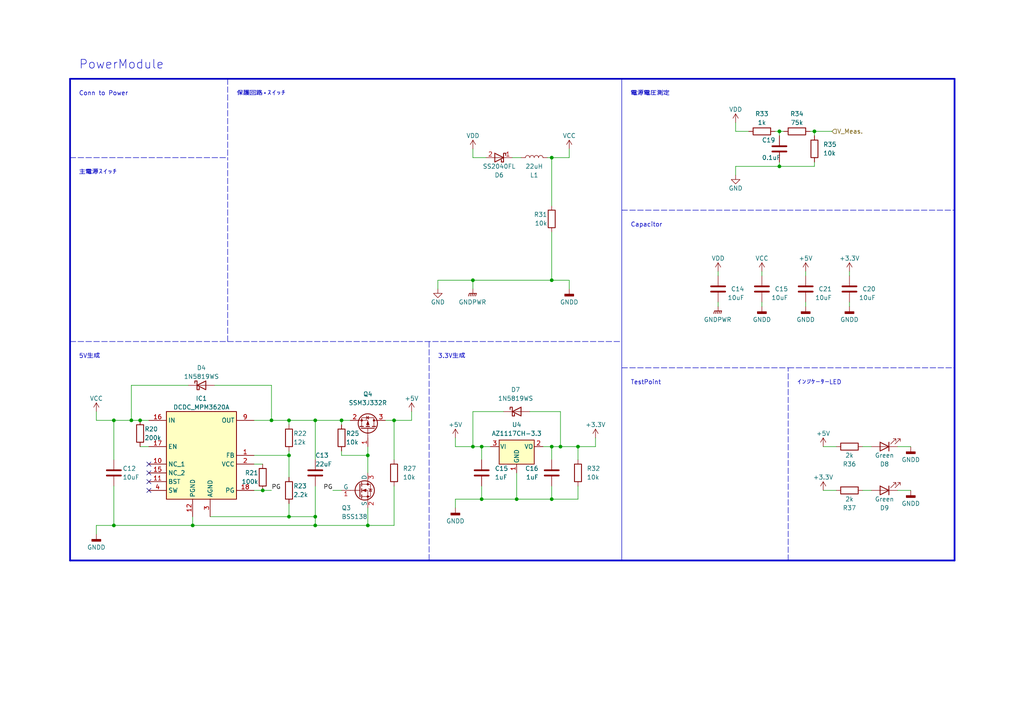
<source format=kicad_sch>
(kicad_sch (version 20230121) (generator eeschema)
  (paper "A4")
  (lib_symbols
    (symbol "D_Schottky_3" (pin_numbers hide) (pin_names (offset 1.016) hide)
      (property "Reference" "D" (at 0 2.54 0))
      (property "Value" "D_Schottky_3" (at 0 -2.54 0))
      (symbol "D_Schottky_3_0_1"
        (polyline (pts (xy 1.27 0) (xy -1.27 0)))
        (polyline (pts (xy 1.27 1.27) (xy 1.27 -1.27) (xy -1.27 0) (xy 1.27 1.27)) (stroke (width 0.254)))
        (polyline (pts (xy -1.905 0.635) (xy -1.905 1.27) (xy -1.27 1.27) (xy -1.27 -1.27) (xy -0.635 -1.27) (xy -0.635 -0.635)) (stroke (width 0.254)))
      )
      (symbol "D_Schottky_3_1_1"
        (pin passive line (at -3.81 0 0) (length 2.54) (name "K") (number "1"))
        (pin passive line (at 3.81 0 180) (length 2.54) (name "A") (number "2"))
      )
    )
    (symbol "Device:C" (pin_numbers hide) (pin_names (offset 0.254))
      (property "Reference" "C" (at 0.635 2.54 0))
      (property "Value" "C" (at 0.635 -2.54 0))
      (symbol "C_0_1"
        (polyline (pts (xy -2.032 -0.762) (xy 2.032 -0.762)) (stroke (width 0.508)))
        (polyline (pts (xy -2.032 0.762) (xy 2.032 0.762)) (stroke (width 0.508)))
      )
      (symbol "C_1_1"
        (pin passive line (at 0 3.81 270) (length 2.794) (name "~") (number "1"))
        (pin passive line (at 0 -3.81 90) (length 2.794) (name "~") (number "2"))
      )
    )
    (symbol "Device:D_Schottky" (pin_names (offset 1.016) hide)
      (property "Reference" "D" (at 0 2.54 0))
      (property "Value" "D_Schottky" (at 0 -2.54 0))
      (symbol "D_Schottky_0_1"
        (polyline (pts (xy 1.27 0) (xy -1.27 0)))
        (polyline (pts (xy 1.27 1.27) (xy 1.27 -1.27) (xy -1.27 0) (xy 1.27 1.27)) (stroke (width 0.254)))
        (polyline (pts (xy -1.905 0.635) (xy -1.905 1.27) (xy -1.27 1.27) (xy -1.27 -1.27) (xy -0.635 -1.27) (xy -0.635 -0.635)) (stroke (width 0.254)))
      )
      (symbol "D_Schottky_1_1"
        (pin passive line (at -3.81 0 0) (length 2.54) (name "K") (number "1"))
        (pin passive line (at 3.81 0 180) (length 2.54) (name "A") (number "2"))
      )
    )
    (symbol "Device:L" (pin_numbers hide) (pin_names (offset 1.016) hide)
      (property "Reference" "L" (at -1.27 0 90))
      (property "Value" "L" (at 1.905 0 90))
      (symbol "L_0_1"
        (arc (start 0 -2.54) (mid 0.6323 -1.905) (end 0 -1.27))
        (arc (start 0 -1.27) (mid 0.6323 -0.635) (end 0 0))
        (arc (start 0 0) (mid 0.6323 0.635) (end 0 1.27))
        (arc (start 0 1.27) (mid 0.6323 1.905) (end 0 2.54))
      )
      (symbol "L_1_1"
        (pin passive line (at 0 3.81 270) (length 1.27) (name "1") (number "1"))
        (pin passive line (at 0 -3.81 90) (length 1.27) (name "2") (number "2"))
      )
    )
    (symbol "Device:LED" (pin_numbers hide) (pin_names (offset 1.016) hide)
      (property "Reference" "D" (at 0 2.54 0))
      (property "Value" "LED" (at 0 -2.54 0))
      (symbol "LED_0_1"
        (polyline (pts (xy -1.27 -1.27) (xy -1.27 1.27)) (stroke (width 0.254)))
        (polyline (pts (xy -1.27 0) (xy 1.27 0)))
        (polyline (pts (xy 1.27 -1.27) (xy 1.27 1.27) (xy -1.27 0) (xy 1.27 -1.27)) (stroke (width 0.254)))
        (polyline (pts (xy -3.048 -0.762) (xy -4.572 -2.286) (xy -3.81 -2.286) (xy -4.572 -2.286) (xy -4.572 -1.524)))
        (polyline (pts (xy -1.778 -0.762) (xy -3.302 -2.286) (xy -2.54 -2.286) (xy -3.302 -2.286) (xy -3.302 -1.524)))
      )
      (symbol "LED_1_1"
        (pin passive line (at -3.81 0 0) (length 2.54) (name "K") (number "1"))
        (pin passive line (at 3.81 0 180) (length 2.54) (name "A") (number "2"))
      )
    )
    (symbol "Device:Q_PMOS_GSD" (pin_names (offset 0) hide)
      (property "Reference" "Q" (at 5.08 1.27 0))
      (property "Value" "Q_PMOS_GSD" (at 5.08 -1.27 0))
      (symbol "Q_PMOS_GSD_0_1"
        (polyline (pts (xy 0.254 0) (xy -2.54 0)))
        (polyline (pts (xy 0.254 1.905) (xy 0.254 -1.905)) (stroke (width 0.254)))
        (polyline (pts (xy 0.762 -1.27) (xy 0.762 -2.286)) (stroke (width 0.254)))
        (polyline (pts (xy 0.762 0.508) (xy 0.762 -0.508)) (stroke (width 0.254)))
        (polyline (pts (xy 0.762 2.286) (xy 0.762 1.27)) (stroke (width 0.254)))
        (polyline (pts (xy 2.54 2.54) (xy 2.54 1.778)))
        (polyline (pts (xy 2.54 -2.54) (xy 2.54 0) (xy 0.762 0)))
        (polyline (pts (xy 0.762 1.778) (xy 3.302 1.778) (xy 3.302 -1.778) (xy 0.762 -1.778)))
        (polyline (pts (xy 2.286 0) (xy 1.27 0.381) (xy 1.27 -0.381) (xy 2.286 0)) (fill (type outline)))
        (polyline (pts (xy 2.794 -0.508) (xy 2.921 -0.381) (xy 3.683 -0.381) (xy 3.81 -0.254)))
        (polyline (pts (xy 3.302 -0.381) (xy 2.921 0.254) (xy 3.683 0.254) (xy 3.302 -0.381)))
        (circle (center 1.651 0) (radius 2.794) (stroke (width 0.254)))
        (circle (center 2.54 -1.778) (radius 0.254) (fill (type outline)))
        (circle (center 2.54 1.778) (radius 0.254) (fill (type outline)))
      )
      (symbol "Q_PMOS_GSD_1_1"
        (pin input line (at -5.08 0 0) (length 2.54) (name "G") (number "1"))
        (pin passive line (at 2.54 -5.08 90) (length 2.54) (name "S") (number "2"))
        (pin passive line (at 2.54 5.08 270) (length 2.54) (name "D") (number "3"))
      )
    )
    (symbol "Device:R" (pin_numbers hide) (pin_names (offset 0))
      (property "Reference" "R" (at 2.032 0 90))
      (property "Value" "R" (at 0 0 90))
      (symbol "R_0_1"
        (rectangle (start -1.016 -2.54) (end 1.016 2.54) (stroke (width 0.254)))
      )
      (symbol "R_1_1"
        (pin passive line (at 0 3.81 270) (length 1.27) (name "~") (number "1"))
        (pin passive line (at 0 -3.81 90) (length 1.27) (name "~") (number "2"))
      )
    )
    (symbol "MyLibrary:DCDC_MPM3620A"
      (property "Reference" "IC" (at 6.35 5.08 0))
      (property "Value" "DCDC_MPM3620A" (at 6.35 2.54 0))
      (symbol "DCDC_MPM3620A_1_1"
        (rectangle (start 5.08 0) (end 25.4 -25.4) (stroke (width 0.254)) (fill (type background)))
        (pin passive line (at 30.48 -12.7 180) (length 5.08) (name "FB") (number "1"))
        (pin passive line (at 0 -15.24 0) (length 5.08) (name "NC_1") (number "10"))
        (pin passive line (at 0 -20.32 0) (length 5.08) (name "BST") (number "11"))
        (pin passive line (at 12.7 -30.48 90) (length 5.08) (name "PGND") (number "12"))
        (pin passive line (at 12.7 -30.48 90) (length 5.08) hide (name "PGND_2") (number "13"))
        (pin passive line (at 12.7 -30.48 90) (length 5.08) hide (name "PGND_3") (number "14"))
        (pin passive line (at 0 -17.78 0) (length 5.08) (name "NC_2") (number "15"))
        (pin passive line (at 0 -2.54 0) (length 5.08) (name "IN") (number "16"))
        (pin passive line (at 0 -10.16 0) (length 5.08) (name "EN") (number "17"))
        (pin passive line (at 30.48 -22.86 180) (length 5.08) (name "PG") (number "18"))
        (pin passive line (at 30.48 -15.24 180) (length 5.08) (name "VCC") (number "2"))
        (pin passive line (at 17.78 -30.48 90) (length 5.08) (name "AGND") (number "3"))
        (pin passive line (at 0 -22.86 0) (length 5.08) (name "SW") (number "4"))
        (pin passive line (at 30.48 -2.54 180) (length 5.08) (name "OUT") (number "9"))
      )
    )
    (symbol "Q_NMOS_GSD_1" (pin_names (offset 0))
      (property "Reference" "Q" (at 5.08 1.27 0))
      (property "Value" "Q_NMOS_GSD_1" (at 5.08 -1.27 0))
      (symbol "Q_NMOS_GSD_1_0_1"
        (polyline (pts (xy 0.254 0) (xy -2.54 0)))
        (polyline (pts (xy 0.254 1.905) (xy 0.254 -1.905)) (stroke (width 0.254)))
        (polyline (pts (xy 0.762 -1.27) (xy 0.762 -2.286)) (stroke (width 0.254)))
        (polyline (pts (xy 0.762 0.508) (xy 0.762 -0.508)) (stroke (width 0.254)))
        (polyline (pts (xy 0.762 2.286) (xy 0.762 1.27)) (stroke (width 0.254)))
        (polyline (pts (xy 2.54 2.54) (xy 2.54 1.778)))
        (polyline (pts (xy 2.54 -2.54) (xy 2.54 0) (xy 0.762 0)))
        (polyline (pts (xy 0.762 -1.778) (xy 3.302 -1.778) (xy 3.302 1.778) (xy 0.762 1.778)))
        (polyline (pts (xy 1.016 0) (xy 2.032 0.381) (xy 2.032 -0.381) (xy 1.016 0)) (fill (type outline)))
        (polyline (pts (xy 2.794 0.508) (xy 2.921 0.381) (xy 3.683 0.381) (xy 3.81 0.254)))
        (polyline (pts (xy 3.302 0.381) (xy 2.921 -0.254) (xy 3.683 -0.254) (xy 3.302 0.381)))
        (circle (center 1.651 0) (radius 2.794) (stroke (width 0.254)))
        (circle (center 2.54 -1.778) (radius 0.254) (fill (type outline)))
        (circle (center 2.54 1.778) (radius 0.254) (fill (type outline)))
      )
      (symbol "Q_NMOS_GSD_1_1_1"
        (pin input line (at -5.08 0 0) (length 2.54) (name "G") (number "1"))
        (pin passive line (at 2.54 -5.08 90) (length 2.54) (name "S") (number "2"))
        (pin passive line (at 2.54 5.08 270) (length 2.54) (name "D") (number "3"))
      )
    )
    (symbol "Regulator_Linear:AMS1117CD-3.3" (pin_names (offset 0.254))
      (property "Reference" "U" (at -3.81 3.175 0))
      (property "Value" "AMS1117CD-3.3" (at 0 3.175 0))
      (symbol "AMS1117CD-3.3_0_1"
        (rectangle (start -5.08 -5.08) (end 5.08 1.905) (stroke (width 0.254)) (fill (type background)))
      )
      (symbol "AMS1117CD-3.3_1_1"
        (pin power_in line (at 0 -7.62 90) (length 2.54) (name "GND") (number "1"))
        (pin power_out line (at 7.62 0 180) (length 2.54) (name "VO") (number "2"))
        (pin power_in line (at -7.62 0 0) (length 2.54) (name "VI") (number "3"))
      )
    )
    (symbol "power:+3.3V" (power) (pin_names (offset 0))
      (property "Value" "+3.3V" (at 0 3.556 0))
      (symbol "+3.3V_0_1"
        (polyline (pts (xy -0.762 1.27) (xy 0 2.54)))
        (polyline (pts (xy 0 0) (xy 0 2.54)))
        (polyline (pts (xy 0 2.54) (xy 0.762 1.27)))
      )
      (symbol "+3.3V_1_1"
        (pin power_in line (at 0 0 90) (length 0) hide (name "+3.3V") (number "1"))
      )
    )
    (symbol "power:+5V" (power) (pin_names (offset 0))
      (property "Value" "+5V" (at 0 3.556 0))
      (symbol "+5V_0_1"
        (polyline (pts (xy -0.762 1.27) (xy 0 2.54)))
        (polyline (pts (xy 0 0) (xy 0 2.54)))
        (polyline (pts (xy 0 2.54) (xy 0.762 1.27)))
      )
      (symbol "+5V_1_1"
        (pin power_in line (at 0 0 90) (length 0) hide (name "+5V") (number "1"))
      )
    )
    (symbol "power:GND" (power) (pin_names (offset 0))
      (property "Value" "GND" (at 0 -3.81 0))
      (symbol "GND_0_1"
        (polyline (pts (xy 0 0) (xy 0 -1.27) (xy 1.27 -1.27) (xy 0 -2.54) (xy -1.27 -1.27) (xy 0 -1.27)))
      )
      (symbol "GND_1_1"
        (pin power_in line (at 0 0 270) (length 0) hide (name "GND") (number "1"))
      )
    )
    (symbol "power:GNDD" (power) (pin_names (offset 0))
      (property "Value" "GNDD" (at 0 -3.175 0))
      (symbol "GNDD_0_1"
        (rectangle (start -1.27 -1.524) (end 1.27 -2.032) (stroke (width 0.254)) (fill (type outline)))
        (polyline (pts (xy 0 0) (xy 0 -1.524)))
      )
      (symbol "GNDD_1_1"
        (pin power_in line (at 0 0 270) (length 0) hide (name "GNDD") (number "1"))
      )
    )
    (symbol "power:GNDPWR" (power) (pin_names (offset 0))
      (property "Value" "GNDPWR" (at 0 -3.302 0))
      (symbol "GNDPWR_0_1"
        (polyline (pts (xy 0 -1.27) (xy 0 0)))
        (polyline (pts (xy -1.016 -1.27) (xy -1.27 -2.032) (xy -1.27 -2.032)) (stroke (width 0.2032)))
        (polyline (pts (xy -0.508 -1.27) (xy -0.762 -2.032) (xy -0.762 -2.032)) (stroke (width 0.2032)))
        (polyline (pts (xy 0 -1.27) (xy -0.254 -2.032) (xy -0.254 -2.032)) (stroke (width 0.2032)))
        (polyline (pts (xy 0.508 -1.27) (xy 0.254 -2.032) (xy 0.254 -2.032)) (stroke (width 0.2032)))
        (polyline (pts (xy 1.016 -1.27) (xy -1.016 -1.27) (xy -1.016 -1.27)) (stroke (width 0.2032)))
        (polyline (pts (xy 1.016 -1.27) (xy 0.762 -2.032) (xy 0.762 -2.032) (xy 0.762 -2.032)) (stroke (width 0.2032)))
      )
      (symbol "GNDPWR_1_1"
        (pin power_in line (at 0 0 270) (length 0) hide (name "GNDPWR") (number "1"))
      )
    )
    (symbol "power:VCC" (power) (pin_names (offset 0))
      (property "Value" "VCC" (at 0 3.81 0))
      (symbol "VCC_0_1"
        (polyline (pts (xy -0.762 1.27) (xy 0 2.54)))
        (polyline (pts (xy 0 0) (xy 0 2.54)))
        (polyline (pts (xy 0 2.54) (xy 0.762 1.27)))
      )
      (symbol "VCC_1_1"
        (pin power_in line (at 0 0 90) (length 0) hide (name "VCC") (number "1"))
      )
    )
    (symbol "power:VDD" (power) (pin_names (offset 0))
      (property "Value" "VDD" (at 0 3.81 0))
      (symbol "VDD_0_1"
        (polyline (pts (xy -0.762 1.27) (xy 0 2.54)))
        (polyline (pts (xy 0 0) (xy 0 2.54)))
        (polyline (pts (xy 0 2.54) (xy 0.762 1.27)))
      )
      (symbol "VDD_1_1"
        (pin power_in line (at 0 0 90) (length 0) hide (name "VDD") (number "1"))
      )
    )
  )
  (junction (at 91.44 149.86))
  (junction (at 91.44 152.4))
  (junction (at 167.64 129.54))
  (junction (at 137.16 81.28))
  (junction (at 139.7 129.54))
  (junction (at 76.2 142.24))
  (junction (at 91.44 121.92))
  (junction (at 33.02 121.92))
  (junction (at 106.68 132.08))
  (junction (at 83.82 149.86))
  (junction (at 106.68 152.4))
  (junction (at 149.86 144.78))
  (junction (at 162.56 129.54))
  (junction (at 33.02 152.4))
  (junction (at 160.02 45.72))
  (junction (at 137.16 129.54))
  (junction (at 160.02 144.78))
  (junction (at 226.06 38.1))
  (junction (at 83.82 132.08))
  (junction (at 236.22 38.1))
  (junction (at 226.06 48.26))
  (junction (at 114.3 121.92))
  (junction (at 55.88 152.4))
  (junction (at 40.64 121.92))
  (junction (at 139.7 144.78))
  (junction (at 160.02 81.28))
  (junction (at 160.02 129.54))
  (junction (at 99.06 121.92))
  (junction (at 38.1 121.92))
  (junction (at 83.82 121.92))
  (junction (at 78.74 121.92))
  (no_connect (at 43.18 142.24))
  (no_connect (at 43.18 139.7))
  (no_connect (at 43.18 134.62))
  (no_connect (at 43.18 137.16))
  (wire (pts (xy 27.94 152.4) (xy 27.94 154.94)))
  (wire (pts (xy 250.19 129.54) (xy 252.73 129.54)))
  (wire (pts (xy 162.56 129.54) (xy 167.64 129.54)))
  (wire (pts (xy 38.1 111.76) (xy 38.1 121.92)))
  (wire (pts (xy 137.16 119.38) (xy 146.05 119.38)))
  (wire (pts (xy 99.06 132.08) (xy 106.68 132.08)))
  (wire (pts (xy 83.82 121.92) (xy 91.44 121.92)))
  (wire (pts (xy 236.22 46.99) (xy 236.22 48.26)))
  (wire (pts (xy 114.3 140.97) (xy 114.3 152.4)))
  (wire (pts (xy 250.19 142.24) (xy 252.73 142.24)))
  (wire (pts (xy 137.16 129.54) (xy 139.7 129.54)))
  (wire (pts (xy 153.67 119.38) (xy 162.56 119.38)))
  (wire (pts (xy 139.7 129.54) (xy 142.24 129.54)))
  (wire (pts (xy 233.68 78.74) (xy 233.68 80.01)))
  (wire (pts (xy 60.96 149.86) (xy 83.82 149.86)))
  (polyline (pts (xy 20.32 162.56) (xy 20.32 22.86)) (stroke (width 0.5) (type solid)))
  (wire (pts (xy 83.82 130.81) (xy 83.82 132.08)))
  (wire (pts (xy 91.44 121.92) (xy 91.44 133.35)))
  (wire (pts (xy 226.06 38.1) (xy 227.33 38.1)))
  (wire (pts (xy 99.06 121.92) (xy 101.6 121.92)))
  (wire (pts (xy 38.1 111.76) (xy 54.61 111.76)))
  (polyline (pts (xy 66.04 99.06) (xy 66.04 45.72)) (stroke (width 0) (type dash)))
  (wire (pts (xy 226.06 39.37) (xy 226.06 38.1)))
  (wire (pts (xy 33.02 133.35) (xy 33.02 121.92)))
  (wire (pts (xy 127 83.82) (xy 127 81.28)))
  (wire (pts (xy 27.94 121.92) (xy 33.02 121.92)))
  (wire (pts (xy 167.64 129.54) (xy 167.64 133.35)))
  (wire (pts (xy 78.74 121.92) (xy 83.82 121.92)))
  (wire (pts (xy 158.75 45.72) (xy 160.02 45.72)))
  (wire (pts (xy 33.02 152.4) (xy 55.88 152.4)))
  (wire (pts (xy 33.02 140.97) (xy 33.02 152.4)))
  (wire (pts (xy 160.02 67.31) (xy 160.02 81.28)))
  (wire (pts (xy 160.02 144.78) (xy 167.64 144.78)))
  (polyline (pts (xy 180.34 106.68) (xy 228.6 106.68)) (stroke (width 0) (type dash)))
  (wire (pts (xy 99.06 130.81) (xy 99.06 132.08)))
  (wire (pts (xy 83.82 121.92) (xy 83.82 123.19)))
  (wire (pts (xy 213.36 38.1) (xy 217.17 38.1)))
  (wire (pts (xy 78.74 111.76) (xy 78.74 121.92)))
  (polyline (pts (xy 180.34 60.96) (xy 276.86 60.96)) (stroke (width 0) (type dash)))
  (polyline (pts (xy 228.6 162.56) (xy 228.6 106.68)) (stroke (width 0) (type dash)))
  (wire (pts (xy 157.48 129.54) (xy 160.02 129.54)))
  (wire (pts (xy 40.64 121.92) (xy 43.18 121.92)))
  (wire (pts (xy 149.86 144.78) (xy 160.02 144.78)))
  (polyline (pts (xy 124.46 99.06) (xy 124.46 162.56)) (stroke (width 0) (type dash)))
  (wire (pts (xy 73.66 134.62) (xy 76.2 134.62)))
  (wire (pts (xy 160.02 129.54) (xy 162.56 129.54)))
  (wire (pts (xy 76.2 142.24) (xy 78.74 142.24)))
  (wire (pts (xy 149.86 137.16) (xy 149.86 144.78)))
  (polyline (pts (xy 20.32 22.86) (xy 276.86 22.86)) (stroke (width 0.5) (type solid)))
  (wire (pts (xy 238.76 142.24) (xy 242.57 142.24)))
  (wire (pts (xy 137.16 81.28) (xy 160.02 81.28)))
  (wire (pts (xy 160.02 140.97) (xy 160.02 144.78)))
  (wire (pts (xy 114.3 121.92) (xy 114.3 133.35)))
  (wire (pts (xy 162.56 119.38) (xy 162.56 129.54)))
  (polyline (pts (xy 276.86 22.86) (xy 276.86 162.56)) (stroke (width 0.5) (type solid)))
  (wire (pts (xy 38.1 121.92) (xy 40.64 121.92)))
  (wire (pts (xy 83.82 132.08) (xy 83.82 138.43)))
  (wire (pts (xy 132.08 144.78) (xy 139.7 144.78)))
  (wire (pts (xy 96.52 142.24) (xy 99.06 142.24)))
  (wire (pts (xy 137.16 45.72) (xy 140.97 45.72)))
  (wire (pts (xy 213.36 48.26) (xy 226.06 48.26)))
  (wire (pts (xy 260.35 142.24) (xy 264.16 142.24)))
  (wire (pts (xy 246.38 87.63) (xy 246.38 88.9)))
  (wire (pts (xy 91.44 149.86) (xy 91.44 140.97)))
  (polyline (pts (xy 66.04 22.86) (xy 66.04 45.72)) (stroke (width 0) (type dash)))
  (wire (pts (xy 55.88 152.4) (xy 91.44 152.4)))
  (wire (pts (xy 139.7 140.97) (xy 139.7 144.78)))
  (wire (pts (xy 106.68 132.08) (xy 106.68 137.16)))
  (wire (pts (xy 99.06 121.92) (xy 99.06 123.19)))
  (wire (pts (xy 160.02 45.72) (xy 165.1 45.72)))
  (wire (pts (xy 220.98 78.74) (xy 220.98 80.01)))
  (wire (pts (xy 226.06 38.1) (xy 224.79 38.1)))
  (wire (pts (xy 106.68 129.54) (xy 106.68 132.08)))
  (wire (pts (xy 226.06 46.99) (xy 226.06 48.26)))
  (wire (pts (xy 40.64 129.54) (xy 43.18 129.54)))
  (wire (pts (xy 137.16 81.28) (xy 137.16 83.82)))
  (wire (pts (xy 55.88 149.86) (xy 55.88 152.4)))
  (wire (pts (xy 91.44 149.86) (xy 91.44 152.4)))
  (wire (pts (xy 114.3 121.92) (xy 119.38 121.92)))
  (wire (pts (xy 236.22 38.1) (xy 241.3 38.1)))
  (wire (pts (xy 226.06 48.26) (xy 236.22 48.26)))
  (wire (pts (xy 139.7 144.78) (xy 149.86 144.78)))
  (wire (pts (xy 165.1 81.28) (xy 165.1 83.82)))
  (wire (pts (xy 172.72 127) (xy 172.72 129.54)))
  (wire (pts (xy 148.59 45.72) (xy 151.13 45.72)))
  (wire (pts (xy 83.82 146.05) (xy 83.82 149.86)))
  (wire (pts (xy 208.28 78.74) (xy 208.28 80.01)))
  (wire (pts (xy 62.23 111.76) (xy 78.74 111.76)))
  (wire (pts (xy 106.68 147.32) (xy 106.68 152.4)))
  (wire (pts (xy 127 81.28) (xy 137.16 81.28)))
  (wire (pts (xy 132.08 144.78) (xy 132.08 147.32)))
  (wire (pts (xy 160.02 129.54) (xy 160.02 133.35)))
  (polyline (pts (xy 20.32 99.06) (xy 180.34 99.06)) (stroke (width 0) (type dash)))
  (wire (pts (xy 213.36 35.56) (xy 213.36 38.1)))
  (wire (pts (xy 27.94 152.4) (xy 33.02 152.4)))
  (wire (pts (xy 260.35 129.54) (xy 264.16 129.54)))
  (wire (pts (xy 234.95 38.1) (xy 236.22 38.1)))
  (wire (pts (xy 137.16 119.38) (xy 137.16 129.54)))
  (wire (pts (xy 139.7 129.54) (xy 139.7 133.35)))
  (wire (pts (xy 73.66 132.08) (xy 83.82 132.08)))
  (wire (pts (xy 114.3 152.4) (xy 106.68 152.4)))
  (wire (pts (xy 167.64 129.54) (xy 172.72 129.54)))
  (wire (pts (xy 238.76 129.54) (xy 242.57 129.54)))
  (wire (pts (xy 91.44 152.4) (xy 106.68 152.4)))
  (wire (pts (xy 246.38 78.74) (xy 246.38 80.01)))
  (wire (pts (xy 73.66 142.24) (xy 76.2 142.24)))
  (wire (pts (xy 137.16 43.18) (xy 137.16 45.72)))
  (wire (pts (xy 83.82 149.86) (xy 91.44 149.86)))
  (wire (pts (xy 220.98 87.63) (xy 220.98 88.9)))
  (wire (pts (xy 213.36 50.8) (xy 213.36 48.26)))
  (wire (pts (xy 73.66 121.92) (xy 78.74 121.92)))
  (wire (pts (xy 132.08 127) (xy 132.08 129.54)))
  (polyline (pts (xy 276.86 162.56) (xy 20.32 162.56)) (stroke (width 0.5) (type solid)))
  (polyline (pts (xy 180.34 22.86) (xy 180.34 162.56)) (stroke (width 0) (type solid)))
  (wire (pts (xy 167.64 140.97) (xy 167.64 144.78)))
  (wire (pts (xy 208.28 87.63) (xy 208.28 88.9)))
  (wire (pts (xy 236.22 38.1) (xy 236.22 39.37)))
  (wire (pts (xy 233.68 87.63) (xy 233.68 88.9)))
  (wire (pts (xy 160.02 45.72) (xy 160.02 59.69)))
  (wire (pts (xy 27.94 121.92) (xy 27.94 119.38)))
  (polyline (pts (xy 228.6 106.68) (xy 276.86 106.68)) (stroke (width 0) (type dash)))
  (wire (pts (xy 33.02 121.92) (xy 38.1 121.92)))
  (wire (pts (xy 165.1 81.28) (xy 160.02 81.28)))
  (wire (pts (xy 111.76 121.92) (xy 114.3 121.92)))
  (wire (pts (xy 165.1 43.18) (xy 165.1 45.72)))
  (wire (pts (xy 119.38 119.38) (xy 119.38 121.92)))
  (polyline (pts (xy 20.32 45.72) (xy 66.04 45.72)) (stroke (width 0) (type dash)))
  (wire (pts (xy 91.44 121.92) (xy 99.06 121.92)))
  (wire (pts (xy 132.08 129.54) (xy 137.16 129.54)))
  (text "3.3V生成" (at 127 104.14 0) (effects (font (size 1.27 1.27)) (justify left bottom)))
  (text "主電源スイッチ" (at 22.86 50.8 0) (effects (font (size 1.27 1.27)) (justify left bottom)))
  (text "電源電圧測定" (at 182.88 27.94 0) (effects (font (size 1.27 1.27)) (justify left bottom)))
  (text "インジケーターLED" (at 231.14 111.76 0) (effects (font (size 1.27 1.27)) (justify left bottom)))
  (text "保護回路・スイッチ" (at 68.58 27.94 0) (effects (font (size 1.27 1.27)) (justify left bottom)))
  (text "Conn to Power" (at 22.86 27.94 0) (effects (font (size 1.27 1.27)) (justify left bottom)))
  (text "PowerModule" (at 22.86 20.32 0) (effects (font (size 2.54 2.54)) (justify left bottom)))
  (text "5V生成" (at 22.86 104.14 0) (effects (font (size 1.27 1.27)) (justify left bottom)))
  (text "Capacitor" (at 182.88 66.04 0) (effects (font (size 1.27 1.27)) (justify left bottom)))
  (text "TestPoint" (at 182.88 111.76 0) (effects (font (size 1.27 1.27)) (justify left bottom)))
  (label "PG" (at 96.52 142.24 180))
  (label "PG" (at 78.74 142.24 0))
  (hierarchical_label "V_Meas." (shape input) (at 241.3 38.1 0))
  (symbol (lib_id "Device:R") (at 114.3 137.16 180) (unit 1)
    (property "Reference" "R27" (at 116.84 135.8899 0) (effects (justify right)))
    (property "Value" "10k" (at 116.84 138.4299 0) (effects (justify right)))
    (property "Footprint" "Resistor_SMD:R_0402_1005Metric" (effects hide))
    (instances (project "BLDC_Ver1" (path "" (reference "R27") (unit 1))) (project "Control" (path "" (reference "R14") (unit 1))) (project "MD" (path "" (reference "R27") (unit 1))))
  )
  (symbol (lib_id "Device:C") (at 220.98 83.82 0) (mirror y) (unit 1)
    (property "Reference" "C15" (at 228.6 83.82 0) (effects (justify left)))
    (property "Value" "10uF" (at 228.6 86.36 0) (effects (justify left)))
    (property "Footprint" "Capacitor_SMD:C_1206_3216Metric" (effects hide))
  )
  (symbol (lib_id "Device:C") (at 91.44 137.16 0) (unit 1)
    (property "Reference" "C13" (at 91.44 132.08 0) (effects (justify left)))
    (property "Value" "22uF" (at 91.44 134.62 0) (effects (justify left)))
    (property "Footprint" "Capacitor_SMD:C_0805_2012Metric" (effects hide))
    (instances (project "BLDC_Ver1" (path "" (reference "C13") (unit 1))) (project "Control" (path "" (reference "C11") (unit 1))) (project "MD" (path "" (reference "C13") (unit 1))))
  )
  (symbol (lib_id "power:GNDD") (at 264.16 142.24 0) (unit 1)
    (property "Reference" "#PWR056" (effects hide))
    (property "Value" "GNDD" (at 264.16 146.05 0))
    (instances (project "BLDC_Ver1" (path "" (reference "#PWR056") (unit 1))) (project "Control" (path "" (reference "#PWR045") (unit 1))) (project "MD" (path "" (reference "#PWR056") (unit 1))))
  )
  (symbol (lib_id "MyLibrary:DCDC_MPM3620A") (at 43.18 119.38 0) (unit 1)
    (property "Reference" "IC1" (at 58.42 115.57 0))
    (property "Value" "DCDC_MPM3620A" (at 58.42 118.11 0))
    (property "Footprint" "MyLibrary:DCDC_MPM3620A" (effects hide))
    (property "Datasheet" "http://www.monolithicpower.com/DesktopModules/DocumentManage/API/Document/getDocument?id=3961" (effects hide))
    (property "Height" "1.6" (effects hide))
    (property "Mouser Part Number" "946-MPM3620AGQV-Z" (effects hide))
    (property "Mouser Price/Stock" "https://www.mouser.co.uk/ProductDetail/Monolithic-Power-Systems-MPS/MPM3620AGQV-Z?qs=ZNK0BnemlqGJsP1og9mZvg%3D%3D" (effects hide))
    (property "Manufacturer_Name" "Monolithic Power Systems (MPS)" (effects hide))
    (property "Manufacturer_Part_Number" "MPM3620AGQV-Z" (effects hide))
  )
  (symbol (lib_id "power:VDD") (at 137.16 43.18 0) (unit 1)
    (property "Reference" "#PWR036" (effects hide))
    (property "Value" "VDD" (at 137.16 39.37 0))
    (instances (project "BLDC_Ver1" (path "" (reference "#PWR036") (unit 1))) (project "Control" (path "" (reference "#PWR026") (unit 1))) (project "MD" (path "" (reference "#PWR036") (unit 1))))
  )
  (symbol (lib_id "power:GNDD") (at 165.1 83.82 0) (unit 1)
    (property "Reference" "#PWR039" (effects hide))
    (property "Value" "GNDD" (at 165.1 87.63 0))
    (instances (project "BLDC_Ver1" (path "" (reference "#PWR039") (unit 1))) (project "Control" (path "" (reference "#PWR028") (unit 1))) (project "MD" (path "" (reference "#PWR039") (unit 1))))
  )
  (symbol (lib_name "D_Schottky_3") (lib_id "Device:D_Schottky") (at 149.86 119.38 0) (unit 1)
    (property "Reference" "D7" (at 149.5425 113.03 0))
    (property "Value" "1N5819WS" (at 149.5425 115.57 0))
    (property "Footprint" "Diode_SMD:D_SOD-323_HandSoldering" (effects hide))
    (instances (project "BLDC_Ver1" (path "" (reference "D7") (unit 1))) (project "Control" (path "" (reference "D6") (unit 1))) (project "MD" (path "" (reference "D7") (unit 1))))
  )
  (symbol (lib_id "power:GNDD") (at 233.68 88.9 0) (unit 1)
    (property "Reference" "#PWR050" (effects hide))
    (property "Value" "GNDD" (at 233.68 92.71 0))
    (instances (project "BLDC_Ver1" (path "" (reference "#PWR050") (unit 1))) (project "Control" (path "" (reference "#PWR039") (unit 1))) (project "MD" (path "" (reference "#PWR050") (unit 1))))
  )
  (symbol (lib_id "power:+5V") (at 238.76 129.54 0) (unit 1)
    (property "Reference" "#PWR051" (effects hide))
    (property "Value" "+5V" (at 238.76 125.73 0))
    (instances (project "BLDC_Ver1" (path "" (reference "#PWR051") (unit 1))) (project "Control" (path "" (reference "#PWR040") (unit 1))) (project "MD" (path "" (reference "#PWR051") (unit 1))))
  )
  (symbol (lib_id "Device:Q_PMOS_GSD") (at 106.68 124.46 270) (mirror x) (unit 1)
    (property "Reference" "Q4" (at 106.68 114.3 90))
    (property "Value" "SSM3J332R" (at 106.68 116.84 90))
    (property "Footprint" "Package_TO_SOT_SMD:SOT-23W" (effects hide))
    (instances (project "BLDC_Ver1" (path "" (reference "Q4") (unit 1))) (project "Control" (path "" (reference "Q2") (unit 1))) (project "MD" (path "" (reference "Q4") (unit 1))))
  )
  (symbol (lib_id "Device:R") (at 220.98 38.1 90) (unit 1)
    (property "Reference" "R33" (at 220.98 33.02 90))
    (property "Value" "1k" (at 220.98 35.56 90))
    (property "Footprint" "Resistor_SMD:R_0603_1608Metric" (effects hide))
    (instances (project "BLDC_Ver1" (path "" (reference "R33") (unit 1))) (project "Control" (path "" (reference "R17") (unit 1))) (project "MD" (path "" (reference "R33") (unit 1))))
  )
  (symbol (lib_id "power:+3.3V") (at 172.72 127 0) (unit 1)
    (property "Reference" "#PWR040" (effects hide))
    (property "Value" "+3.3V" (at 172.72 123.19 0))
    (instances (project "BLDC_Ver1" (path "" (reference "#PWR040") (unit 1))) (project "Control" (path "" (reference "#PWR029") (unit 1))) (project "MD" (path "" (reference "#PWR040") (unit 1))))
  )
  (symbol (lib_id "power:VCC") (at 27.94 119.38 0) (unit 1)
    (property "Reference" "#PWR028" (effects hide))
    (property "Value" "VCC" (at 27.94 115.57 0))
    (instances (project "BLDC_Ver1" (path "" (reference "#PWR028") (unit 1))) (project "Control" (path "" (reference "#PWR021") (unit 1))) (project "MD" (path "" (reference "#PWR028") (unit 1))))
  )
  (symbol (lib_id "power:GNDD") (at 264.16 129.54 0) (unit 1)
    (property "Reference" "#PWR055" (effects hide))
    (property "Value" "GNDD" (at 264.16 133.35 0))
    (instances (project "BLDC_Ver1" (path "" (reference "#PWR055") (unit 1))) (project "Control" (path "" (reference "#PWR044") (unit 1))) (project "MD" (path "" (reference "#PWR055") (unit 1))))
  )
  (symbol (lib_id "power:GNDD") (at 220.98 88.9 0) (unit 1)
    (property "Reference" "#PWR048" (effects hide))
    (property "Value" "GNDD" (at 220.98 92.71 0))
    (instances (project "BLDC_Ver1" (path "" (reference "#PWR048") (unit 1))) (project "Control" (path "" (reference "#PWR037") (unit 1))) (project "MD" (path "" (reference "#PWR048") (unit 1))))
  )
  (symbol (lib_id "power:VCC") (at 165.1 43.18 0) (unit 1)
    (property "Reference" "#PWR038" (effects hide))
    (property "Value" "VCC" (at 165.1 39.37 0))
    (instances (project "BLDC_Ver1" (path "" (reference "#PWR038") (unit 1))) (project "Control" (path "" (reference "#PWR027") (unit 1))) (project "MD" (path "" (reference "#PWR038") (unit 1))))
  )
  (symbol (lib_id "Device:C") (at 246.38 83.82 0) (mirror y) (unit 1)
    (property "Reference" "C20" (at 254 83.82 0) (effects (justify left)))
    (property "Value" "10uF" (at 254 86.36 0) (effects (justify left)))
    (property "Footprint" "Capacitor_SMD:C_0805_2012Metric" (effects hide))
    (instances (project "BLDC_Ver1" (path "" (reference "C20") (unit 1))) (project "Control" (path "" (reference "C18") (unit 1))) (project "MD" (path "" (reference "C20") (unit 1))))
  )
  (symbol (lib_id "power:GNDD") (at 246.38 88.9 0) (unit 1)
    (property "Reference" "#PWR054" (effects hide))
    (property "Value" "GNDD" (at 246.38 92.71 0))
    (instances (project "BLDC_Ver1" (path "" (reference "#PWR054") (unit 1))) (project "Control" (path "" (reference "#PWR043") (unit 1))) (project "MD" (path "" (reference "#PWR054") (unit 1))))
  )
  (symbol (lib_id "Device:R") (at 83.82 127 180) (unit 1)
    (property "Reference" "R22" (at 85.09 125.73 0) (effects (justify right)))
    (property "Value" "12k" (at 85.09 128.27 0) (effects (justify right)))
    (property "Footprint" "Resistor_SMD:R_0402_1005Metric" (effects hide))
    (instances (project "BLDC_Ver1" (path "" (reference "R22") (unit 1))) (project "Control" (path "" (reference "R11") (unit 1))) (project "MD" (path "" (reference "R22") (unit 1))))
  )
  (symbol (lib_id "Device:R") (at 99.06 127 0) (unit 1)
    (property "Reference" "R25" (at 100.33 125.73 0) (effects (justify left)))
    (property "Value" "10k" (at 100.33 128.27 0) (effects (justify left)))
    (property "Footprint" "Resistor_SMD:R_0402_1005Metric" (effects hide))
    (instances (project "BLDC_Ver1" (path "" (reference "R25") (unit 1))) (project "Control" (path "" (reference "R13") (unit 1))) (project "MD" (path "" (reference "R25") (unit 1))))
  )
  (symbol (lib_id "power:GNDD") (at 27.94 154.94 0) (unit 1)
    (property "Reference" "#PWR029" (effects hide))
    (property "Value" "GNDD" (at 27.94 158.75 0))
    (instances (project "BLDC_Ver1" (path "" (reference "#PWR029") (unit 1))) (project "Control" (path "" (reference "#PWR022") (unit 1))) (project "MD" (path "" (reference "#PWR029") (unit 1))))
  )
  (symbol (lib_id "Device:C") (at 139.7 137.16 0) (unit 1)
    (property "Reference" "C15" (at 143.51 135.8899 0) (effects (justify left)))
    (property "Value" "1uF" (at 143.51 138.4299 0) (effects (justify left)))
    (property "Footprint" "Capacitor_SMD:C_0402_1005Metric" (effects hide))
    (instances (project "BLDC_Ver1" (path "" (reference "C15") (unit 1))) (project "Control" (path "" (reference "C12") (unit 1))) (project "MD" (path "" (reference "C15") (unit 1))))
  )
  (symbol (lib_id "Device:C") (at 226.06 43.18 0) (unit 1)
    (property "Reference" "C19" (at 220.98 40.64 0) (effects (justify left)))
    (property "Value" "0.1uF" (at 220.98 45.72 0) (effects (justify left)))
    (property "Footprint" "Capacitor_SMD:C_0603_1608Metric" (effects hide))
    (instances (project "BLDC_Ver1" (path "" (reference "C19") (unit 1))) (project "Control" (path "" (reference "C16") (unit 1))) (project "MD" (path "" (reference "C19") (unit 1))))
  )
  (symbol (lib_id "power:GNDD") (at 132.08 147.32 0) (unit 1)
    (property "Reference" "#PWR035" (effects hide))
    (property "Value" "GNDD" (at 132.08 151.13 0))
    (instances (project "BLDC_Ver1" (path "" (reference "#PWR035") (unit 1))) (project "Control" (path "" (reference "#PWR025") (unit 1))) (project "MD" (path "" (reference "#PWR035") (unit 1))))
  )
  (symbol (lib_id "power:+3.3V") (at 238.76 142.24 0) (unit 1)
    (property "Reference" "#PWR052" (effects hide))
    (property "Value" "+3.3V" (at 238.76 138.43 0))
    (instances (project "BLDC_Ver1" (path "" (reference "#PWR052") (unit 1))) (project "Control" (path "" (reference "#PWR041") (unit 1))) (project "MD" (path "" (reference "#PWR052") (unit 1))))
  )
  (symbol (lib_id "Device:R") (at 83.82 142.24 180) (unit 1)
    (property "Reference" "R23" (at 85.09 140.97 0) (effects (justify right)))
    (property "Value" "2.2k" (at 85.09 143.51 0) (effects (justify right)))
    (property "Footprint" "Resistor_SMD:R_0402_1005Metric" (effects hide))
    (instances (project "BLDC_Ver1" (path "" (reference "R23") (unit 1))) (project "Control" (path "" (reference "R12") (unit 1))) (project "MD" (path "" (reference "R23") (unit 1))))
  )
  (symbol (lib_id "power:+3.3V") (at 246.38 78.74 0) (unit 1)
    (property "Reference" "#PWR053" (effects hide))
    (property "Value" "+3.3V" (at 246.38 74.93 0))
    (instances (project "BLDC_Ver1" (path "" (reference "#PWR053") (unit 1))) (project "Control" (path "" (reference "#PWR042") (unit 1))) (project "MD" (path "" (reference "#PWR053") (unit 1))))
  )
  (symbol (lib_id "Device:LED") (at 256.54 129.54 180) (unit 1)
    (property "Reference" "D8" (at 256.54 134.62 0))
    (property "Value" "Green" (at 256.54 132.08 0))
    (property "Footprint" "LED_SMD:LED_0603_1608Metric_Pad1.05x0.95mm_HandSolder" (effects hide))
    (instances (project "BLDC_Ver1" (path "" (reference "D8") (unit 1))) (project "Control" (path "" (reference "D7") (unit 1))) (project "MD" (path "" (reference "D8") (unit 1))))
  )
  (symbol (lib_id "Device:LED") (at 256.54 142.24 180) (unit 1)
    (property "Reference" "D9" (at 256.54 147.32 0))
    (property "Value" "Green" (at 256.54 144.78 0))
    (property "Footprint" "LED_SMD:LED_0603_1608Metric_Pad1.05x0.95mm_HandSolder" (effects hide))
    (instances (project "BLDC_Ver1" (path "" (reference "D9") (unit 1))) (project "Control" (path "" (reference "D8") (unit 1))) (project "MD" (path "" (reference "D9") (unit 1))))
  )
  (symbol (lib_id "power:+5V") (at 132.08 127 0) (unit 1)
    (property "Reference" "#PWR034" (effects hide))
    (property "Value" "+5V" (at 132.08 123.19 0))
    (instances (project "BLDC_Ver1" (path "" (reference "#PWR034") (unit 1))) (project "Control" (path "" (reference "#PWR024") (unit 1))) (project "MD" (path "" (reference "#PWR034") (unit 1))))
  )
  (symbol (lib_id "Device:C") (at 33.02 137.16 0) (unit 1)
    (property "Reference" "C12" (at 35.56 135.89 0) (effects (justify left)))
    (property "Value" "10uF" (at 35.56 138.43 0) (effects (justify left)))
    (property "Footprint" "Capacitor_SMD:C_1206_3216Metric" (effects hide))
    (instances (project "BLDC_Ver1" (path "" (reference "C12") (unit 1))) (project "Control" (path "" (reference "C10") (unit 1))) (project "MD" (path "" (reference "C12") (unit 1))))
  )
  (symbol (lib_id "Device:C") (at 160.02 137.16 0) (mirror y) (unit 1)
    (property "Reference" "C16" (at 156.21 135.8899 0) (effects (justify left)))
    (property "Value" "1uF" (at 156.21 138.4299 0) (effects (justify left)))
    (property "Footprint" "Capacitor_SMD:C_0402_1005Metric" (effects hide))
    (instances (project "BLDC_Ver1" (path "" (reference "C16") (unit 1))) (project "Control" (path "" (reference "C13") (unit 1))) (project "MD" (path "" (reference "C16") (unit 1))))
  )
  (symbol (lib_id "Device:C") (at 208.28 83.82 0) (mirror y) (unit 1)
    (property "Reference" "C14" (at 215.9 83.82 0) (effects (justify left)))
    (property "Value" "10uF" (at 215.9 86.36 0) (effects (justify left)))
    (property "Footprint" "Capacitor_SMD:C_1206_3216Metric" (effects hide))
  )
  (symbol (lib_id "power:VDD") (at 213.36 35.56 0) (unit 1)
    (property "Reference" "#PWR044" (effects hide))
    (property "Value" "VDD" (at 213.36 31.75 0))
    (instances (project "BLDC_Ver1" (path "" (reference "#PWR044") (unit 1))) (project "Control" (path "" (reference "#PWR033") (unit 1))) (project "MD" (path "" (reference "#PWR044") (unit 1))))
  )
  (symbol (lib_id "Device:R") (at 76.2 138.43 0) (mirror x) (unit 1)
    (property "Reference" "R21" (at 74.93 137.16 0) (effects (justify right)))
    (property "Value" "100k" (at 74.93 139.7 0) (effects (justify right)))
    (property "Footprint" "Resistor_SMD:R_0402_1005Metric" (effects hide))
    (instances (project "BLDC_Ver1" (path "" (reference "R21") (unit 1))) (project "Control" (path "" (reference "R10") (unit 1))) (project "MD" (path "" (reference "R21") (unit 1))))
  )
  (symbol (lib_id "Device:L") (at 154.94 45.72 90) (unit 1)
    (property "Reference" "L1" (at 154.94 50.8 90))
    (property "Value" "22uH" (at 154.94 48.26 90))
    (property "Footprint" "MyLibrary:Inductor_CDPH4D19F" (effects hide))
  )
  (symbol (lib_id "Device:R") (at 236.22 43.18 0) (unit 1)
    (property "Reference" "R35" (at 238.76 41.9099 0) (effects (justify left)))
    (property "Value" "10k" (at 238.76 44.4499 0) (effects (justify left)))
    (property "Footprint" "Resistor_SMD:R_0603_1608Metric" (effects hide))
    (instances (project "BLDC_Ver1" (path "" (reference "R35") (unit 1))) (project "Control" (path "" (reference "R19") (unit 1))) (project "MD" (path "" (reference "R35") (unit 1))))
  )
  (symbol (lib_id "Device:R") (at 246.38 142.24 270) (mirror x) (unit 1)
    (property "Reference" "R37" (at 246.38 147.32 90))
    (property "Value" "2k" (at 246.38 144.78 90))
    (property "Footprint" "Resistor_SMD:R_0402_1005Metric" (effects hide))
    (instances (project "BLDC_Ver1" (path "" (reference "R37") (unit 1))) (project "Control" (path "" (reference "R21") (unit 1))) (project "MD" (path "" (reference "R37") (unit 1))))
  )
  (symbol (lib_id "Device:R") (at 231.14 38.1 90) (unit 1)
    (property "Reference" "R34" (at 231.14 33.02 90))
    (property "Value" "75k" (at 231.14 35.56 90))
    (property "Footprint" "Resistor_SMD:R_0603_1608Metric" (effects hide))
    (instances (project "BLDC_Ver1" (path "" (reference "R34") (unit 1))) (project "Control" (path "" (reference "R18") (unit 1))) (project "MD" (path "" (reference "R34") (unit 1))))
  )
  (symbol (lib_id "power:GND") (at 213.36 50.8 0) (unit 1)
    (property "Reference" "#PWR045" (effects hide))
    (property "Value" "GND" (at 213.36 54.61 0))
    (instances (project "BLDC_Ver1" (path "" (reference "#PWR045") (unit 1))) (project "Control" (path "" (reference "#PWR034") (unit 1))) (project "MD" (path "" (reference "#PWR045") (unit 1))))
  )
  (symbol (lib_id "Device:D_Schottky") (at 144.78 45.72 0) (mirror y) (unit 1)
    (property "Reference" "D6" (at 144.78 50.8 0))
    (property "Value" "SS2040FL" (at 144.78 48.26 0))
    (property "Footprint" "Diode_SMD:D_SOD-123" (effects hide))
    (instances (project "BLDC_Ver1" (path "" (reference "D6") (unit 1))) (project "Control" (path "" (reference "D5") (unit 1))) (project "MD" (path "" (reference "D6") (unit 1))))
  )
  (symbol (lib_id "power:VCC") (at 220.98 78.74 0) (unit 1)
    (property "Reference" "#PWR047" (effects hide))
    (property "Value" "VCC" (at 220.98 74.93 0))
    (instances (project "BLDC_Ver1" (path "" (reference "#PWR047") (unit 1))) (project "Control" (path "" (reference "#PWR036") (unit 1))) (project "MD" (path "" (reference "#PWR047") (unit 1))))
  )
  (symbol (lib_id "Device:R") (at 167.64 137.16 180) (unit 1)
    (property "Reference" "R32" (at 170.18 135.8899 0) (effects (justify right)))
    (property "Value" "10k" (at 170.18 138.4299 0) (effects (justify right)))
    (property "Footprint" "Resistor_SMD:R_0402_1005Metric" (effects hide))
    (instances (project "BLDC_Ver1" (path "" (reference "R32") (unit 1))) (project "Control" (path "" (reference "R16") (unit 1))) (project "MD" (path "" (reference "R32") (unit 1))))
  )
  (symbol (lib_name "D_Schottky_3") (lib_id "Device:D_Schottky") (at 58.42 111.76 0) (unit 1)
    (property "Reference" "D4" (at 58.42 106.68 0))
    (property "Value" "1N5819WS" (at 58.42 109.22 0))
    (property "Footprint" "Diode_SMD:D_SOD-323_HandSoldering" (effects hide))
  )
  (symbol (lib_id "power:+5V") (at 233.68 78.74 0) (unit 1)
    (property "Reference" "#PWR049" (effects hide))
    (property "Value" "+5V" (at 233.68 74.93 0))
    (instances (project "BLDC_Ver1" (path "" (reference "#PWR049") (unit 1))) (project "Control" (path "" (reference "#PWR038") (unit 1))) (project "MD" (path "" (reference "#PWR049") (unit 1))))
  )
  (symbol (lib_id "Regulator_Linear:AMS1117CD-3.3") (at 149.86 129.54 0) (unit 1)
    (property "Reference" "U4" (at 149.86 123.19 0))
    (property "Value" "AZ1117CH-3.3" (at 149.86 125.73 0))
    (property "Footprint" "Package_TO_SOT_SMD:SOT-223-3_TabPin2" (effects hide))
    (property "Datasheet" "http://www.advanced-monolithic.com/pdf/ds1117.pdf" (effects hide))
    (instances (project "BLDC_Ver1" (path "" (reference "U4") (unit 1))) (project "Control" (path "" (reference "U2") (unit 1))) (project "MD" (path "" (reference "U4") (unit 1))))
  )
  (symbol (lib_id "power:GND") (at 127 83.82 0) (unit 1)
    (property "Reference" "#PWR063" (effects hide))
    (property "Value" "GND" (at 127 87.63 0))
  )
  (symbol (lib_id "Device:R") (at 40.64 125.73 180) (unit 1)
    (property "Reference" "R20" (at 41.91 124.46 0) (effects (justify right)))
    (property "Value" "200k" (at 41.91 127 0) (effects (justify right)))
    (property "Footprint" "Resistor_SMD:R_0402_1005Metric" (effects hide))
    (instances (project "BLDC_Ver1" (path "" (reference "R20") (unit 1))) (project "Control" (path "" (reference "R9") (unit 1))) (project "MD" (path "" (reference "R20") (unit 1))))
  )
  (symbol (lib_id "power:GNDPWR") (at 208.28 88.9 0) (unit 1)
    (property "Reference" "#PWR043" (effects hide))
    (property "Value" "GNDPWR" (at 208.153 92.71 0))
    (instances (project "BLDC_Ver1" (path "" (reference "#PWR043") (unit 1))) (project "Control" (path "" (reference "#PWR032") (unit 1))) (project "MD" (path "" (reference "#PWR043") (unit 1))))
  )
  (symbol (lib_name "Q_NMOS_GSD_1") (lib_id "Device:Q_NMOS_GSD") (at 104.14 142.24 0) (unit 1)
    (property "Reference" "Q3" (at 99.06 147.32 0) (effects (justify left)))
    (property "Value" "BSS138" (at 99.06 149.86 0) (effects (justify left)))
    (property "Footprint" "Package_TO_SOT_SMD:SOT-23" (effects hide))
    (instances (project "BLDC_Ver1" (path "" (reference "Q3") (unit 1))) (project "Control" (path "" (reference "Q1") (unit 1))) (project "MD" (path "" (reference "Q3") (unit 1))))
  )
  (symbol (lib_id "Device:R") (at 246.38 129.54 270) (mirror x) (unit 1)
    (property "Reference" "R36" (at 246.38 134.62 90))
    (property "Value" "2k" (at 246.38 132.08 90))
    (property "Footprint" "Resistor_SMD:R_0402_1005Metric" (effects hide))
    (instances (project "BLDC_Ver1" (path "" (reference "R36") (unit 1))) (project "Control" (path "" (reference "R20") (unit 1))) (project "MD" (path "" (reference "R36") (unit 1))))
  )
  (symbol (lib_id "power:+5V") (at 119.38 119.38 0) (unit 1)
    (property "Reference" "#PWR033" (effects hide))
    (property "Value" "+5V" (at 119.38 115.57 0))
    (instances (project "BLDC_Ver1" (path "" (reference "#PWR033") (unit 1))) (project "Control" (path "" (reference "#PWR023") (unit 1))) (project "MD" (path "" (reference "#PWR033") (unit 1))))
  )
  (symbol (lib_id "power:GNDPWR") (at 137.16 83.82 0) (unit 1)
    (property "Reference" "#PWR064" (effects hide))
    (property "Value" "GNDPWR" (at 137.033 87.63 0))
  )
  (symbol (lib_id "Device:C") (at 233.68 83.82 0) (mirror y) (unit 1)
    (property "Reference" "C21" (at 241.3 83.82 0) (effects (justify left)))
    (property "Value" "10uF" (at 241.3 86.36 0) (effects (justify left)))
    (property "Footprint" "Capacitor_SMD:C_0805_2012Metric" (effects hide))
    (instances (project "BLDC_Ver1" (path "" (reference "C21") (unit 1))) (project "Control" (path "" (reference "C17") (unit 1))) (project "MD" (path "" (reference "C21") (unit 1))))
  )
  (symbol (lib_id "power:VDD") (at 208.28 78.74 0) (unit 1)
    (property "Reference" "#PWR042" (effects hide))
    (property "Value" "VDD" (at 208.28 74.93 0))
    (instances (project "BLDC_Ver1" (path "" (reference "#PWR042") (unit 1))) (project "Control" (path "" (reference "#PWR031") (unit 1))) (project "MD" (path "" (reference "#PWR042") (unit 1))))
  )
  (symbol (lib_id "Device:R") (at 160.02 63.5 0) (mirror y) (unit 1)
    (property "Reference" "R31" (at 158.75 62.23 0) (effects (justify left)))
    (property "Value" "10k" (at 158.75 64.77 0) (effects (justify left)))
    (property "Footprint" "Resistor_SMD:R_0402_1005Metric" (effects hide))
    (instances (project "BLDC_Ver1" (path "" (reference "R31") (unit 1))) (project "Control" (path "" (reference "R15") (unit 1))) (project "MD" (path "" (reference "R31") (unit 1))))
  )
)
</source>
